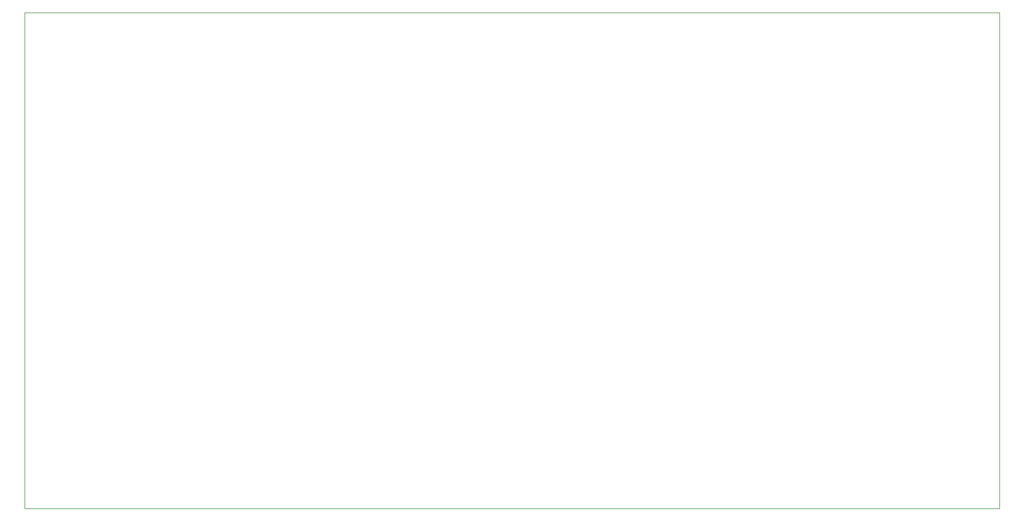
<source format=gbr>
G04 #@! TF.GenerationSoftware,KiCad,Pcbnew,5.1.5-52549c5~86~ubuntu18.04.1*
G04 #@! TF.CreationDate,2020-04-01T00:41:12+05:30*
G04 #@! TF.ProjectId,osvent_controller,6f737665-6e74-45f6-936f-6e74726f6c6c,rev?*
G04 #@! TF.SameCoordinates,Original*
G04 #@! TF.FileFunction,Profile,NP*
%FSLAX46Y46*%
G04 Gerber Fmt 4.6, Leading zero omitted, Abs format (unit mm)*
G04 Created by KiCad (PCBNEW 5.1.5-52549c5~86~ubuntu18.04.1) date 2020-04-01 00:41:12*
%MOMM*%
%LPD*%
G04 APERTURE LIST*
%ADD10C,0.100000*%
G04 APERTURE END LIST*
D10*
X171450000Y-22225000D02*
X171450000Y-99060000D01*
X20320000Y-22225000D02*
X171450000Y-22225000D01*
X20320000Y-99060000D02*
X20320000Y-22225000D01*
X171450000Y-99060000D02*
X20320000Y-99060000D01*
M02*

</source>
